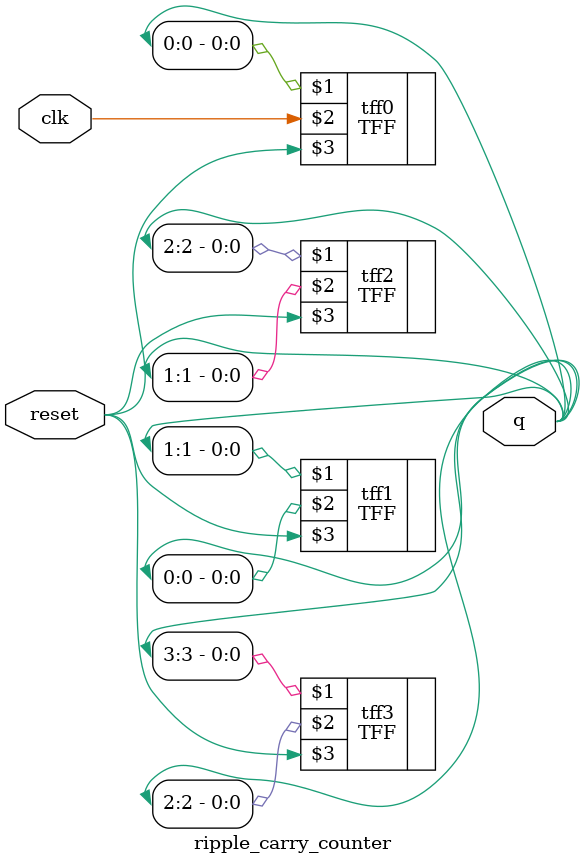
<source format=v>
`timescale 1ns / 1ps
module ripple_carry_counter(q,clk,reset);

output [3:0] q;
input clk,reset;

TFF tff0 (q[0],clk,reset);
TFF tff1 (q[1],q[0],reset);
TFF tff2 (q[2],q[1],reset);
TFF tff3 (q[3],q[2],reset);
endmodule

</source>
